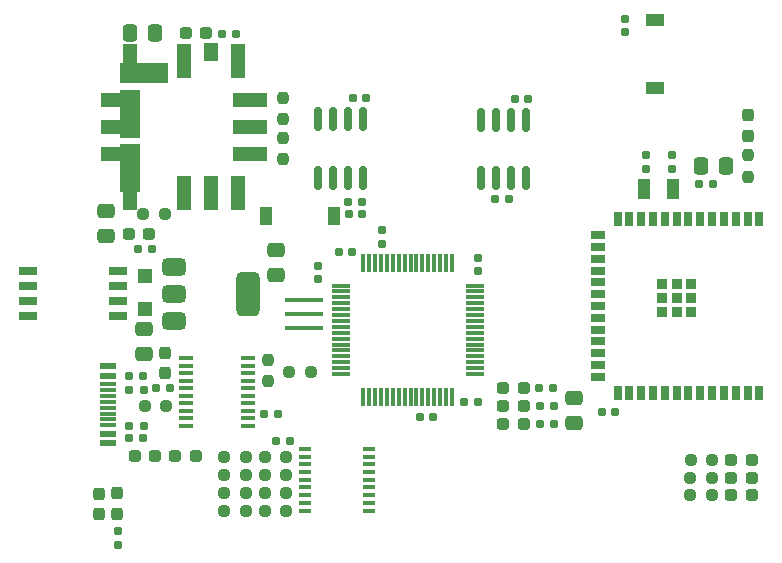
<source format=gbr>
%TF.GenerationSoftware,KiCad,Pcbnew,8.0.7*%
%TF.CreationDate,2025-02-05T20:20:22+09:00*%
%TF.ProjectId,GN10Mainboard,474e3130-4d61-4696-9e62-6f6172642e6b,rev?*%
%TF.SameCoordinates,Original*%
%TF.FileFunction,Paste,Top*%
%TF.FilePolarity,Positive*%
%FSLAX46Y46*%
G04 Gerber Fmt 4.6, Leading zero omitted, Abs format (unit mm)*
G04 Created by KiCad (PCBNEW 8.0.7) date 2025-02-05 20:20:22*
%MOMM*%
%LPD*%
G01*
G04 APERTURE LIST*
G04 Aperture macros list*
%AMRoundRect*
0 Rectangle with rounded corners*
0 $1 Rounding radius*
0 $2 $3 $4 $5 $6 $7 $8 $9 X,Y pos of 4 corners*
0 Add a 4 corners polygon primitive as box body*
4,1,4,$2,$3,$4,$5,$6,$7,$8,$9,$2,$3,0*
0 Add four circle primitives for the rounded corners*
1,1,$1+$1,$2,$3*
1,1,$1+$1,$4,$5*
1,1,$1+$1,$6,$7*
1,1,$1+$1,$8,$9*
0 Add four rect primitives between the rounded corners*
20,1,$1+$1,$2,$3,$4,$5,0*
20,1,$1+$1,$4,$5,$6,$7,0*
20,1,$1+$1,$6,$7,$8,$9,0*
20,1,$1+$1,$8,$9,$2,$3,0*%
G04 Aperture macros list end*
%ADD10RoundRect,0.237500X-0.250000X-0.237500X0.250000X-0.237500X0.250000X0.237500X-0.250000X0.237500X0*%
%ADD11RoundRect,0.237500X-0.287500X-0.237500X0.287500X-0.237500X0.287500X0.237500X-0.287500X0.237500X0*%
%ADD12RoundRect,0.237500X0.250000X0.237500X-0.250000X0.237500X-0.250000X-0.237500X0.250000X-0.237500X0*%
%ADD13RoundRect,0.155000X-0.212500X-0.155000X0.212500X-0.155000X0.212500X0.155000X-0.212500X0.155000X0*%
%ADD14RoundRect,0.155000X0.212500X0.155000X-0.212500X0.155000X-0.212500X-0.155000X0.212500X-0.155000X0*%
%ADD15R,1.600000X1.050000*%
%ADD16RoundRect,0.237500X0.287500X0.237500X-0.287500X0.237500X-0.287500X-0.237500X0.287500X-0.237500X0*%
%ADD17R,0.700000X1.300000*%
%ADD18R,1.300000X0.700000*%
%ADD19R,0.900000X0.900000*%
%ADD20RoundRect,0.150000X0.150000X-0.825000X0.150000X0.825000X-0.150000X0.825000X-0.150000X-0.825000X0*%
%ADD21RoundRect,0.160000X-0.160000X0.197500X-0.160000X-0.197500X0.160000X-0.197500X0.160000X0.197500X0*%
%ADD22RoundRect,0.237500X-0.237500X0.300000X-0.237500X-0.300000X0.237500X-0.300000X0.237500X0.300000X0*%
%ADD23RoundRect,0.237500X0.237500X-0.287500X0.237500X0.287500X-0.237500X0.287500X-0.237500X-0.287500X0*%
%ADD24RoundRect,0.250000X0.475000X-0.337500X0.475000X0.337500X-0.475000X0.337500X-0.475000X-0.337500X0*%
%ADD25RoundRect,0.160000X-0.197500X-0.160000X0.197500X-0.160000X0.197500X0.160000X-0.197500X0.160000X0*%
%ADD26RoundRect,0.155000X0.155000X-0.212500X0.155000X0.212500X-0.155000X0.212500X-0.155000X-0.212500X0*%
%ADD27RoundRect,0.250000X-0.475000X0.337500X-0.475000X-0.337500X0.475000X-0.337500X0.475000X0.337500X0*%
%ADD28R,1.450000X0.600000*%
%ADD29R,1.450000X0.300000*%
%ADD30R,1.200000X1.200000*%
%ADD31R,1.050000X1.600000*%
%ADD32RoundRect,0.250000X-0.337500X-0.475000X0.337500X-0.475000X0.337500X0.475000X-0.337500X0.475000X0*%
%ADD33R,1.000000X1.800000*%
%ADD34RoundRect,0.160000X0.160000X-0.197500X0.160000X0.197500X-0.160000X0.197500X-0.160000X-0.197500X0*%
%ADD35RoundRect,0.237500X-0.237500X0.250000X-0.237500X-0.250000X0.237500X-0.250000X0.237500X0.250000X0*%
%ADD36R,3.200000X0.400000*%
%ADD37RoundRect,0.237500X0.237500X-0.300000X0.237500X0.300000X-0.237500X0.300000X-0.237500X-0.300000X0*%
%ADD38RoundRect,0.160000X0.197500X0.160000X-0.197500X0.160000X-0.197500X-0.160000X0.197500X-0.160000X0*%
%ADD39RoundRect,0.375000X-0.625000X-0.375000X0.625000X-0.375000X0.625000X0.375000X-0.625000X0.375000X0*%
%ADD40RoundRect,0.500000X-0.500000X-1.400000X0.500000X-1.400000X0.500000X1.400000X-0.500000X1.400000X0*%
%ADD41R,1.000000X0.400000*%
%ADD42RoundRect,0.237500X0.237500X-0.250000X0.237500X0.250000X-0.237500X0.250000X-0.237500X-0.250000X0*%
%ADD43R,1.200000X3.000000*%
%ADD44R,1.770000X4.070000*%
%ADD45R,3.000000X1.200000*%
%ADD46R,4.070000X1.770000*%
%ADD47R,1.200000X1.500000*%
%ADD48R,1.200000X0.400000*%
%ADD49R,1.600000X0.760000*%
%ADD50RoundRect,0.155000X-0.155000X0.212500X-0.155000X-0.212500X0.155000X-0.212500X0.155000X0.212500X0*%
%ADD51RoundRect,0.075000X-0.700000X-0.075000X0.700000X-0.075000X0.700000X0.075000X-0.700000X0.075000X0*%
%ADD52RoundRect,0.075000X-0.075000X-0.700000X0.075000X-0.700000X0.075000X0.700000X-0.075000X0.700000X0*%
G04 APERTURE END LIST*
D10*
%TO.C,R25*%
X141152500Y-133490000D03*
X142977500Y-133490000D03*
%TD*%
D11*
%TO.C,D9*%
X190821600Y-141008400D03*
X192571600Y-141008400D03*
%TD*%
D12*
%TO.C,R13*%
X153137500Y-140856000D03*
X151312500Y-140856000D03*
%TD*%
D13*
%TO.C,C21*%
X139846500Y-136157000D03*
X140981500Y-136157000D03*
%TD*%
D10*
%TO.C,R1*%
X141025500Y-117234000D03*
X142850500Y-117234000D03*
%TD*%
D14*
%TO.C,C31*%
X171969500Y-115964000D03*
X170834500Y-115964000D03*
%TD*%
D13*
%TO.C,C25*%
X151276500Y-134125000D03*
X152411500Y-134125000D03*
%TD*%
D15*
%TO.C,SW3*%
X184345000Y-100770000D03*
X184345000Y-106520000D03*
%TD*%
D14*
%TO.C,C30*%
X173620500Y-107455000D03*
X172485500Y-107455000D03*
%TD*%
D16*
%TO.C,D12*%
X142051000Y-137681000D03*
X140301000Y-137681000D03*
%TD*%
%TO.C,D13*%
X145480000Y-137681000D03*
X143730000Y-137681000D03*
%TD*%
D17*
%TO.C,U6*%
X193182000Y-117600000D03*
X192182000Y-117600000D03*
X191182000Y-117600000D03*
X190182000Y-117600000D03*
X189182000Y-117600000D03*
X188182000Y-117600000D03*
X187182000Y-117600000D03*
X186182000Y-117600000D03*
X185182000Y-117600000D03*
X184182000Y-117600000D03*
X183182000Y-117600000D03*
X182182000Y-117600000D03*
X181182000Y-117600000D03*
D18*
X179532000Y-119000000D03*
X179532000Y-120000000D03*
X179532000Y-121000000D03*
X179532000Y-122000000D03*
X179532000Y-123000000D03*
X179532000Y-124000000D03*
X179532000Y-125000000D03*
X179532000Y-126000000D03*
X179532000Y-127000000D03*
X179532000Y-128000000D03*
X179532000Y-129000000D03*
X179532000Y-130000000D03*
X179532000Y-131000000D03*
D17*
X181182000Y-132400000D03*
X182182000Y-132400000D03*
X183182000Y-132400000D03*
X184182000Y-132400000D03*
X185182000Y-132400000D03*
X186182000Y-132400000D03*
X187182000Y-132400000D03*
X188182000Y-132400000D03*
X189182000Y-132400000D03*
X190182000Y-132400000D03*
X191182000Y-132400000D03*
X192182000Y-132400000D03*
X193182000Y-132400000D03*
D19*
X187382000Y-123120000D03*
X186182000Y-123120000D03*
X184982000Y-123120000D03*
X187382000Y-124320000D03*
X186182000Y-124320000D03*
X184982000Y-124320000D03*
X187382000Y-125520000D03*
X186182000Y-125520000D03*
X184982000Y-125520000D03*
%TD*%
D12*
%TO.C,C11*%
X155193000Y-130569000D03*
X153368000Y-130569000D03*
%TD*%
D20*
%TO.C,U8*%
X155781000Y-114121000D03*
X157051000Y-114121000D03*
X158321000Y-114121000D03*
X159591000Y-114121000D03*
X159591000Y-109171000D03*
X158321000Y-109171000D03*
X157051000Y-109171000D03*
X155781000Y-109171000D03*
%TD*%
D11*
%TO.C,D11*%
X190823500Y-139535200D03*
X192573500Y-139535200D03*
%TD*%
D21*
%TO.C,R5*%
X138890000Y-144068500D03*
X138890000Y-145263500D03*
%TD*%
D22*
%TO.C,C22*%
X137239000Y-140882500D03*
X137239000Y-142607500D03*
%TD*%
D23*
%TO.C,D3*%
X138839200Y-142606000D03*
X138839200Y-140856000D03*
%TD*%
D14*
%TO.C,C18*%
X180986500Y-133998000D03*
X179851500Y-133998000D03*
%TD*%
D24*
%TO.C,C4*%
X152225000Y-122335500D03*
X152225000Y-120260500D03*
%TD*%
D25*
%TO.C,R23*%
X139854000Y-132093000D03*
X141049000Y-132093000D03*
%TD*%
D14*
%TO.C,C10*%
X165552000Y-134379000D03*
X164417000Y-134379000D03*
%TD*%
D26*
%TO.C,C6*%
X155781000Y-122720400D03*
X155781000Y-121585400D03*
%TD*%
D27*
%TO.C,C3*%
X141099800Y-126966100D03*
X141099800Y-129041100D03*
%TD*%
D11*
%TO.C,D10*%
X190823500Y-138062000D03*
X192573500Y-138062000D03*
%TD*%
D28*
%TO.C,J3*%
X138030000Y-130100000D03*
X138030000Y-130900000D03*
D29*
X138030000Y-132100000D03*
X138030000Y-133100000D03*
X138030000Y-133600000D03*
X138030000Y-134600000D03*
D28*
X138030000Y-135800000D03*
X138030000Y-136600000D03*
X138030000Y-136600000D03*
X138030000Y-135800000D03*
D29*
X138030000Y-135100000D03*
X138030000Y-134100000D03*
X138030000Y-132600000D03*
X138030000Y-131600000D03*
D28*
X138030000Y-130900000D03*
X138030000Y-130100000D03*
%TD*%
D26*
%TO.C,C17*%
X183594000Y-113356500D03*
X183594000Y-112221500D03*
%TD*%
D14*
%TO.C,C23*%
X143267500Y-131966000D03*
X142132500Y-131966000D03*
%TD*%
D27*
%TO.C,C1*%
X137874000Y-116958500D03*
X137874000Y-119033500D03*
%TD*%
D14*
%TO.C,C12*%
X153427500Y-136411000D03*
X152292500Y-136411000D03*
%TD*%
D30*
%TO.C,D1*%
X141176000Y-125225000D03*
X141176000Y-122425000D03*
%TD*%
D12*
%TO.C,R11*%
X153137500Y-142380000D03*
X151312500Y-142380000D03*
%TD*%
D13*
%TO.C,C20*%
X139846500Y-130899200D03*
X140981500Y-130899200D03*
%TD*%
D12*
%TO.C,R22*%
X189180100Y-139535200D03*
X187355100Y-139535200D03*
%TD*%
D31*
%TO.C,SW1*%
X157132000Y-117350000D03*
X151382000Y-117350000D03*
%TD*%
D12*
%TO.C,R12*%
X149708500Y-140856000D03*
X147883500Y-140856000D03*
%TD*%
D26*
%TO.C,C15*%
X185753000Y-113356500D03*
X185753000Y-112221500D03*
%TD*%
D16*
%TO.C,D5*%
X173232000Y-135014000D03*
X171482000Y-135014000D03*
%TD*%
D32*
%TO.C,C2*%
X139906000Y-101867000D03*
X141981000Y-101867000D03*
%TD*%
D13*
%TO.C,C9*%
X168192900Y-133109000D03*
X169327900Y-133109000D03*
%TD*%
D12*
%TO.C,R10*%
X149708500Y-142380000D03*
X147883500Y-142380000D03*
%TD*%
D16*
%TO.C,D7*%
X173232000Y-131966000D03*
X171482000Y-131966000D03*
%TD*%
D14*
%TO.C,C7*%
X158702000Y-120409000D03*
X157567000Y-120409000D03*
%TD*%
D13*
%TO.C,C28*%
X158388500Y-116218000D03*
X159523500Y-116218000D03*
%TD*%
D20*
%TO.C,U9*%
X169624000Y-114183000D03*
X170894000Y-114183000D03*
X172164000Y-114183000D03*
X173434000Y-114183000D03*
X173434000Y-109233000D03*
X172164000Y-109233000D03*
X170894000Y-109233000D03*
X169624000Y-109233000D03*
%TD*%
D23*
%TO.C,D8*%
X192230000Y-110578500D03*
X192230000Y-108828500D03*
%TD*%
D12*
%TO.C,R17*%
X153137500Y-137808000D03*
X151312500Y-137808000D03*
%TD*%
D13*
%TO.C,C5*%
X158448000Y-117234000D03*
X159583000Y-117234000D03*
%TD*%
D25*
%TO.C,R9*%
X174629000Y-133490000D03*
X175824000Y-133490000D03*
%TD*%
D12*
%TO.C,R14*%
X149708500Y-139332000D03*
X147883500Y-139332000D03*
%TD*%
D33*
%TO.C,Y2*%
X185908000Y-115075000D03*
X183408000Y-115075000D03*
%TD*%
D34*
%TO.C,R7*%
X161242000Y-119774000D03*
X161242000Y-118579000D03*
%TD*%
D12*
%TO.C,R16*%
X149708500Y-137808000D03*
X147883500Y-137808000D03*
%TD*%
%TO.C,R20*%
X189180100Y-141008400D03*
X187355100Y-141008400D03*
%TD*%
D25*
%TO.C,R8*%
X174577000Y-135014000D03*
X175772000Y-135014000D03*
%TD*%
D35*
%TO.C,R2*%
X152860000Y-107351500D03*
X152860000Y-109176500D03*
%TD*%
D36*
%TO.C,Y1*%
X154638000Y-124486000D03*
X154638000Y-125686000D03*
X154638000Y-126886000D03*
%TD*%
D37*
%TO.C,C26*%
X142827000Y-130696000D03*
X142827000Y-128971000D03*
%TD*%
D12*
%TO.C,R15*%
X153137500Y-139332000D03*
X151312500Y-139332000D03*
%TD*%
D25*
%TO.C,R6*%
X147690500Y-101994000D03*
X148885500Y-101994000D03*
%TD*%
D38*
%TO.C,R4*%
X141773500Y-120155000D03*
X140578500Y-120155000D03*
%TD*%
D26*
%TO.C,C8*%
X169370000Y-122060000D03*
X169370000Y-120925000D03*
%TD*%
D39*
%TO.C,U2*%
X143614000Y-121665000D03*
X143614000Y-123965000D03*
D40*
X149914000Y-123965000D03*
D39*
X143614000Y-126265000D03*
%TD*%
D35*
%TO.C,R3*%
X152860000Y-110733500D03*
X152860000Y-112558500D03*
%TD*%
D41*
%TO.C,U4*%
X160132000Y-142313000D03*
X160132000Y-141663000D03*
X160132000Y-141013000D03*
X160132000Y-140363000D03*
X160132000Y-139713000D03*
X160132000Y-139063000D03*
X160132000Y-138413000D03*
X160132000Y-137763000D03*
X160132000Y-137113000D03*
X154732000Y-137113000D03*
X154732000Y-137763000D03*
X154732000Y-138413000D03*
X154732000Y-139063000D03*
X154732000Y-139713000D03*
X154732000Y-140363000D03*
X154732000Y-141013000D03*
X154732000Y-141663000D03*
X154732000Y-142313000D03*
%TD*%
D16*
%TO.C,D4*%
X146369000Y-101867000D03*
X144619000Y-101867000D03*
%TD*%
%TO.C,D2*%
X141543000Y-118885000D03*
X139793000Y-118885000D03*
%TD*%
D35*
%TO.C,R19*%
X192230000Y-112234000D03*
X192230000Y-114059000D03*
%TD*%
D16*
%TO.C,D6*%
X173218000Y-133490000D03*
X171468000Y-133490000D03*
%TD*%
D42*
%TO.C,R26*%
X151590000Y-131378000D03*
X151590000Y-129553000D03*
%TD*%
D13*
%TO.C,C14*%
X188106500Y-114694000D03*
X189241500Y-114694000D03*
%TD*%
D43*
%TO.C,U1*%
X144478000Y-115468000D03*
X139898000Y-115468000D03*
D44*
X139893000Y-113303000D03*
D45*
X138878000Y-112158000D03*
X138878000Y-109868000D03*
D44*
X139893000Y-108723000D03*
D45*
X138878000Y-107578000D03*
D46*
X141043000Y-105283000D03*
D43*
X139898000Y-104268000D03*
X144478000Y-104268000D03*
X149058000Y-104268000D03*
D45*
X150078000Y-109868000D03*
X150078000Y-112158000D03*
D43*
X149058000Y-115468000D03*
X146768000Y-115468000D03*
D47*
X146768000Y-103518000D03*
D45*
X150078000Y-107578000D03*
%TD*%
D32*
%TO.C,C13*%
X188271500Y-113170000D03*
X190346500Y-113170000D03*
%TD*%
D27*
%TO.C,C19*%
X177498000Y-132812000D03*
X177498000Y-134887000D03*
%TD*%
D48*
%TO.C,U7*%
X149872000Y-135141000D03*
X149872000Y-134506000D03*
X149872000Y-133871000D03*
X149872000Y-133236000D03*
X149872000Y-132601000D03*
X149872000Y-131966000D03*
X149872000Y-131331000D03*
X149872000Y-130696000D03*
X149872000Y-130061000D03*
X149872000Y-129426000D03*
X144672000Y-129426000D03*
X144672000Y-130061000D03*
X144672000Y-130696000D03*
X144672000Y-131331000D03*
X144672000Y-131966000D03*
X144672000Y-132601000D03*
X144672000Y-133236000D03*
X144672000Y-133871000D03*
X144672000Y-134506000D03*
X144672000Y-135141000D03*
%TD*%
D49*
%TO.C,SW2*%
X131270000Y-122060000D03*
X131270000Y-123330000D03*
X131270000Y-124600000D03*
X131270000Y-125870000D03*
X138890000Y-125870000D03*
X138890000Y-124600000D03*
X138890000Y-123330000D03*
X138890000Y-122060000D03*
%TD*%
D12*
%TO.C,R21*%
X189182000Y-138062000D03*
X187357000Y-138062000D03*
%TD*%
D25*
%TO.C,R24*%
X139854000Y-135141000D03*
X141049000Y-135141000D03*
%TD*%
D50*
%TO.C,C16*%
X181816000Y-100664500D03*
X181816000Y-101799500D03*
%TD*%
D51*
%TO.C,U3*%
X157726000Y-123263000D03*
X157726000Y-123763000D03*
X157726000Y-124263000D03*
X157726000Y-124763000D03*
X157726000Y-125263000D03*
X157726000Y-125763000D03*
X157726000Y-126263000D03*
X157726000Y-126763000D03*
X157726000Y-127263000D03*
X157726000Y-127763000D03*
X157726000Y-128263000D03*
X157726000Y-128763000D03*
X157726000Y-129263000D03*
X157726000Y-129763000D03*
X157726000Y-130263000D03*
X157726000Y-130763000D03*
D52*
X159651000Y-132688000D03*
X160151000Y-132688000D03*
X160651000Y-132688000D03*
X161151000Y-132688000D03*
X161651000Y-132688000D03*
X162151000Y-132688000D03*
X162651000Y-132688000D03*
X163151000Y-132688000D03*
X163651000Y-132688000D03*
X164151000Y-132688000D03*
X164651000Y-132688000D03*
X165151000Y-132688000D03*
X165651000Y-132688000D03*
X166151000Y-132688000D03*
X166651000Y-132688000D03*
X167151000Y-132688000D03*
D51*
X169076000Y-130763000D03*
X169076000Y-130263000D03*
X169076000Y-129763000D03*
X169076000Y-129263000D03*
X169076000Y-128763000D03*
X169076000Y-128263000D03*
X169076000Y-127763000D03*
X169076000Y-127263000D03*
X169076000Y-126763000D03*
X169076000Y-126263000D03*
X169076000Y-125763000D03*
X169076000Y-125263000D03*
X169076000Y-124763000D03*
X169076000Y-124263000D03*
X169076000Y-123763000D03*
X169076000Y-123263000D03*
D52*
X167151000Y-121338000D03*
X166651000Y-121338000D03*
X166151000Y-121338000D03*
X165651000Y-121338000D03*
X165151000Y-121338000D03*
X164651000Y-121338000D03*
X164151000Y-121338000D03*
X163651000Y-121338000D03*
X163151000Y-121338000D03*
X162651000Y-121338000D03*
X162151000Y-121338000D03*
X161651000Y-121338000D03*
X161151000Y-121338000D03*
X160651000Y-121338000D03*
X160151000Y-121338000D03*
X159651000Y-121338000D03*
%TD*%
D14*
%TO.C,C27*%
X159904500Y-107378800D03*
X158769500Y-107378800D03*
%TD*%
D25*
%TO.C,R18*%
X174539500Y-131966000D03*
X175734500Y-131966000D03*
%TD*%
M02*

</source>
